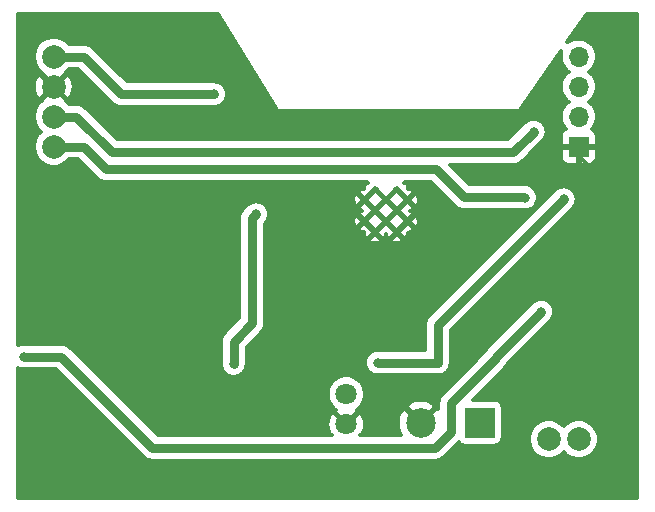
<source format=gbr>
G04 #@! TF.GenerationSoftware,KiCad,Pcbnew,(5.1.7)-1*
G04 #@! TF.CreationDate,2021-04-12T14:54:16+02:00*
G04 #@! TF.ProjectId,FitnessTracker.kicad_pcb2,4669746e-6573-4735-9472-61636b65722e,rev?*
G04 #@! TF.SameCoordinates,Original*
G04 #@! TF.FileFunction,Copper,L2,Bot*
G04 #@! TF.FilePolarity,Positive*
%FSLAX46Y46*%
G04 Gerber Fmt 4.6, Leading zero omitted, Abs format (unit mm)*
G04 Created by KiCad (PCBNEW (5.1.7)-1) date 2021-04-12 14:54:16*
%MOMM*%
%LPD*%
G01*
G04 APERTURE LIST*
G04 #@! TA.AperFunction,ComponentPad*
%ADD10C,2.000000*%
G04 #@! TD*
G04 #@! TA.AperFunction,ComponentPad*
%ADD11C,2.500000*%
G04 #@! TD*
G04 #@! TA.AperFunction,ComponentPad*
%ADD12R,2.500000X2.500000*%
G04 #@! TD*
G04 #@! TA.AperFunction,ComponentPad*
%ADD13C,1.800000*%
G04 #@! TD*
G04 #@! TA.AperFunction,ComponentPad*
%ADD14C,0.500000*%
G04 #@! TD*
G04 #@! TA.AperFunction,ComponentPad*
%ADD15R,1.700000X1.700000*%
G04 #@! TD*
G04 #@! TA.AperFunction,ComponentPad*
%ADD16O,1.700000X1.700000*%
G04 #@! TD*
G04 #@! TA.AperFunction,ViaPad*
%ADD17C,0.800000*%
G04 #@! TD*
G04 #@! TA.AperFunction,Conductor*
%ADD18C,0.800000*%
G04 #@! TD*
G04 #@! TA.AperFunction,Conductor*
%ADD19C,0.300000*%
G04 #@! TD*
G04 #@! TA.AperFunction,Conductor*
%ADD20C,0.350000*%
G04 #@! TD*
G04 #@! TA.AperFunction,Conductor*
%ADD21C,0.100000*%
G04 #@! TD*
G04 APERTURE END LIST*
D10*
X162560000Y-71120000D03*
X162560000Y-68580000D03*
X162560000Y-66040000D03*
X162560000Y-63500000D03*
D11*
X193628000Y-94488000D03*
D12*
X198628000Y-94488000D03*
D10*
X204470000Y-95885000D03*
X207010000Y-95885000D03*
D13*
X187325000Y-94615000D03*
X187325000Y-92075000D03*
D14*
X191614500Y-78370000D03*
X189779500Y-78370000D03*
X192532000Y-77452500D03*
X190697000Y-77452500D03*
X188862000Y-77452500D03*
X191614500Y-76535000D03*
X189779500Y-76535000D03*
X192532000Y-75617500D03*
X190697000Y-75617500D03*
X188862000Y-75617500D03*
X191614500Y-74700000D03*
X189779500Y-74700000D03*
D15*
X207010000Y-71120000D03*
D16*
X207010000Y-68580000D03*
X207010000Y-66040000D03*
X207010000Y-63500000D03*
D17*
X179705000Y-76835000D03*
X177800000Y-89535000D03*
X210820000Y-74676000D03*
X160020000Y-85344000D03*
X206248000Y-73660000D03*
X203835000Y-85090000D03*
X160020000Y-88900000D03*
X176149000Y-66675000D03*
X189992000Y-89408000D03*
X205740000Y-75565000D03*
X203200000Y-69850000D03*
X202438000Y-75438000D03*
D18*
X177800000Y-87630000D02*
X179347500Y-86082500D01*
X177800000Y-89535000D02*
X177800000Y-87630000D01*
X179347500Y-77192500D02*
X179705000Y-76835000D01*
X179347500Y-86082500D02*
X179347500Y-77192500D01*
D19*
X207010000Y-71882000D02*
X209804000Y-74676000D01*
X209804000Y-74676000D02*
X210820000Y-74676000D01*
D18*
X196215000Y-92846002D02*
X200025000Y-89036002D01*
X196215000Y-95250000D02*
X196215000Y-92846002D01*
X194854999Y-96610001D02*
X196215000Y-95250000D01*
X170905001Y-96610001D02*
X194854999Y-96610001D01*
X163195000Y-88900000D02*
X170905001Y-96610001D01*
X160020000Y-88900000D02*
X163195000Y-88900000D01*
X200025000Y-88900000D02*
X203835000Y-85090000D01*
X200025000Y-89036002D02*
X200025000Y-88900000D01*
X162560000Y-63500000D02*
X165100000Y-63500000D01*
X168275000Y-66675000D02*
X176149000Y-66675000D01*
X165100000Y-63500000D02*
X168275000Y-66675000D01*
X195072000Y-86233000D02*
X205740000Y-75565000D01*
X195072000Y-89408000D02*
X195072000Y-86233000D01*
X189992000Y-89408000D02*
X195072000Y-89408000D01*
X164465000Y-68580000D02*
X162560000Y-68580000D01*
X167460000Y-71575000D02*
X164465000Y-68580000D01*
X201475000Y-71575000D02*
X167460000Y-71575000D01*
X203200000Y-69850000D02*
X201475000Y-71575000D01*
X162560000Y-71120000D02*
X165100000Y-71120000D01*
X165100000Y-71120000D02*
X167005000Y-73025000D01*
X167005000Y-73025000D02*
X194945000Y-73025000D01*
X197305000Y-75385000D02*
X202385000Y-75385000D01*
X194945000Y-73025000D02*
X197305000Y-75385000D01*
D20*
X181460960Y-68036717D02*
X181481717Y-68064031D01*
X181507403Y-68086771D01*
X181537033Y-68104062D01*
X181569466Y-68115241D01*
X181610000Y-68120000D01*
X201930000Y-68120000D01*
X201964141Y-68116637D01*
X201996970Y-68106679D01*
X202027225Y-68090507D01*
X202053744Y-68068744D01*
X202073884Y-68044612D01*
X205545126Y-63030595D01*
X205535912Y-63052840D01*
X205477000Y-63349013D01*
X205477000Y-63650987D01*
X205535912Y-63947160D01*
X205651473Y-64226148D01*
X205819241Y-64477231D01*
X206032769Y-64690759D01*
X206151362Y-64770000D01*
X206032769Y-64849241D01*
X205819241Y-65062769D01*
X205651473Y-65313852D01*
X205535912Y-65592840D01*
X205477000Y-65889013D01*
X205477000Y-66190987D01*
X205535912Y-66487160D01*
X205651473Y-66766148D01*
X205819241Y-67017231D01*
X206032769Y-67230759D01*
X206151362Y-67310000D01*
X206032769Y-67389241D01*
X205819241Y-67602769D01*
X205651473Y-67853852D01*
X205535912Y-68132840D01*
X205477000Y-68429013D01*
X205477000Y-68730987D01*
X205535912Y-69027160D01*
X205651473Y-69306148D01*
X205819241Y-69557231D01*
X205897811Y-69635801D01*
X205897362Y-69635937D01*
X205778709Y-69699358D01*
X205674709Y-69784709D01*
X205589358Y-69888709D01*
X205525937Y-70007362D01*
X205486882Y-70136109D01*
X205473695Y-70270000D01*
X205477000Y-70870250D01*
X205647750Y-71041000D01*
X206931000Y-71041000D01*
X206931000Y-71021000D01*
X207089000Y-71021000D01*
X207089000Y-71041000D01*
X208372250Y-71041000D01*
X208543000Y-70870250D01*
X208546305Y-70270000D01*
X208533118Y-70136109D01*
X208494063Y-70007362D01*
X208430642Y-69888709D01*
X208345291Y-69784709D01*
X208241291Y-69699358D01*
X208122638Y-69635937D01*
X208122189Y-69635801D01*
X208200759Y-69557231D01*
X208368527Y-69306148D01*
X208484088Y-69027160D01*
X208543000Y-68730987D01*
X208543000Y-68429013D01*
X208484088Y-68132840D01*
X208368527Y-67853852D01*
X208200759Y-67602769D01*
X207987231Y-67389241D01*
X207868638Y-67310000D01*
X207987231Y-67230759D01*
X208200759Y-67017231D01*
X208368527Y-66766148D01*
X208484088Y-66487160D01*
X208543000Y-66190987D01*
X208543000Y-65889013D01*
X208484088Y-65592840D01*
X208368527Y-65313852D01*
X208200759Y-65062769D01*
X207987231Y-64849241D01*
X207868638Y-64770000D01*
X207987231Y-64690759D01*
X208200759Y-64477231D01*
X208368527Y-64226148D01*
X208484088Y-63947160D01*
X208543000Y-63650987D01*
X208543000Y-63349013D01*
X208484088Y-63052840D01*
X208368527Y-62773852D01*
X208200759Y-62522769D01*
X207987231Y-62309241D01*
X207736148Y-62141473D01*
X207457160Y-62025912D01*
X207160987Y-61967000D01*
X206859013Y-61967000D01*
X206562840Y-62025912D01*
X206283852Y-62141473D01*
X206054645Y-62294624D01*
X207736692Y-59865000D01*
X211967001Y-59865000D01*
X211967001Y-60287768D01*
X211967000Y-99657768D01*
X211967000Y-99657769D01*
X211967001Y-100842000D01*
X159508000Y-100842000D01*
X159508000Y-89860153D01*
X159556400Y-89880201D01*
X159603549Y-89905403D01*
X159654709Y-89920922D01*
X159704101Y-89941381D01*
X159756535Y-89951811D01*
X159807695Y-89967330D01*
X159860899Y-89972570D01*
X159913334Y-89983000D01*
X162746408Y-89983000D01*
X170101583Y-97338176D01*
X170135499Y-97379503D01*
X170300407Y-97514839D01*
X170488550Y-97615404D01*
X170692696Y-97677331D01*
X170851798Y-97693001D01*
X170851800Y-97693001D01*
X170905001Y-97698241D01*
X170958201Y-97693001D01*
X194801799Y-97693001D01*
X194854999Y-97698241D01*
X194908199Y-97693001D01*
X194908202Y-97693001D01*
X195067304Y-97677331D01*
X195271450Y-97615404D01*
X195459593Y-97514839D01*
X195624501Y-97379503D01*
X195658422Y-97338170D01*
X196838887Y-96157706D01*
X196892710Y-96223290D01*
X196996710Y-96308641D01*
X197115363Y-96372062D01*
X197244109Y-96411117D01*
X197378000Y-96424304D01*
X199878000Y-96424304D01*
X200011891Y-96411117D01*
X200140637Y-96372062D01*
X200259290Y-96308641D01*
X200363290Y-96223290D01*
X200448641Y-96119290D01*
X200512062Y-96000637D01*
X200551117Y-95871891D01*
X200564304Y-95738000D01*
X200564304Y-95719239D01*
X202787000Y-95719239D01*
X202787000Y-96050761D01*
X202851677Y-96375913D01*
X202978545Y-96682199D01*
X203162729Y-96957850D01*
X203397150Y-97192271D01*
X203672801Y-97376455D01*
X203979087Y-97503323D01*
X204304239Y-97568000D01*
X204635761Y-97568000D01*
X204960913Y-97503323D01*
X205267199Y-97376455D01*
X205542850Y-97192271D01*
X205740000Y-96995121D01*
X205937150Y-97192271D01*
X206212801Y-97376455D01*
X206519087Y-97503323D01*
X206844239Y-97568000D01*
X207175761Y-97568000D01*
X207500913Y-97503323D01*
X207807199Y-97376455D01*
X208082850Y-97192271D01*
X208317271Y-96957850D01*
X208501455Y-96682199D01*
X208628323Y-96375913D01*
X208693000Y-96050761D01*
X208693000Y-95719239D01*
X208628323Y-95394087D01*
X208501455Y-95087801D01*
X208317271Y-94812150D01*
X208082850Y-94577729D01*
X207807199Y-94393545D01*
X207500913Y-94266677D01*
X207175761Y-94202000D01*
X206844239Y-94202000D01*
X206519087Y-94266677D01*
X206212801Y-94393545D01*
X205937150Y-94577729D01*
X205740000Y-94774879D01*
X205542850Y-94577729D01*
X205267199Y-94393545D01*
X204960913Y-94266677D01*
X204635761Y-94202000D01*
X204304239Y-94202000D01*
X203979087Y-94266677D01*
X203672801Y-94393545D01*
X203397150Y-94577729D01*
X203162729Y-94812150D01*
X202978545Y-95087801D01*
X202851677Y-95394087D01*
X202787000Y-95719239D01*
X200564304Y-95719239D01*
X200564304Y-93238000D01*
X200551117Y-93104109D01*
X200512062Y-92975363D01*
X200448641Y-92856710D01*
X200363290Y-92752710D01*
X200259290Y-92667359D01*
X200140637Y-92603938D01*
X200011891Y-92564883D01*
X199878000Y-92551696D01*
X198040899Y-92551696D01*
X200753180Y-89839416D01*
X200794502Y-89805504D01*
X200828414Y-89764182D01*
X200828417Y-89764179D01*
X200929838Y-89640596D01*
X201025726Y-89461203D01*
X201030403Y-89452453D01*
X201041839Y-89414753D01*
X204638417Y-85818177D01*
X204638422Y-85818171D01*
X204676221Y-85780372D01*
X204705923Y-85735920D01*
X204739838Y-85694594D01*
X204765038Y-85647448D01*
X204794742Y-85602993D01*
X204815203Y-85553597D01*
X204840402Y-85506452D01*
X204855919Y-85455298D01*
X204876381Y-85405899D01*
X204886812Y-85353456D01*
X204902329Y-85302305D01*
X204907569Y-85249108D01*
X204918000Y-85196666D01*
X204918000Y-85143201D01*
X204923240Y-85090000D01*
X204918000Y-85036800D01*
X204918000Y-84983334D01*
X204907568Y-84930891D01*
X204902329Y-84877696D01*
X204886813Y-84826546D01*
X204876381Y-84774101D01*
X204855919Y-84724702D01*
X204840402Y-84673548D01*
X204815203Y-84626403D01*
X204794742Y-84577007D01*
X204765038Y-84532552D01*
X204739838Y-84485406D01*
X204705924Y-84444081D01*
X204676221Y-84399628D01*
X204638418Y-84361825D01*
X204604502Y-84320498D01*
X204563175Y-84286582D01*
X204525372Y-84248779D01*
X204480919Y-84219076D01*
X204439594Y-84185162D01*
X204392448Y-84159962D01*
X204347993Y-84130258D01*
X204298597Y-84109797D01*
X204251452Y-84084598D01*
X204200298Y-84069081D01*
X204150899Y-84048619D01*
X204098454Y-84038187D01*
X204047304Y-84022671D01*
X203994109Y-84017432D01*
X203941666Y-84007000D01*
X203888200Y-84007000D01*
X203835000Y-84001760D01*
X203781799Y-84007000D01*
X203728334Y-84007000D01*
X203675892Y-84017431D01*
X203622695Y-84022671D01*
X203571544Y-84038188D01*
X203519101Y-84048619D01*
X203469702Y-84069081D01*
X203418548Y-84084598D01*
X203371403Y-84109797D01*
X203322007Y-84130258D01*
X203277552Y-84159962D01*
X203230406Y-84185162D01*
X203189080Y-84219077D01*
X203144628Y-84248779D01*
X203106829Y-84286578D01*
X203106823Y-84286583D01*
X199296830Y-88096578D01*
X199255498Y-88130498D01*
X199120162Y-88295406D01*
X199019597Y-88483549D01*
X199008162Y-88521247D01*
X195486826Y-92042584D01*
X195445499Y-92076500D01*
X195310163Y-92241408D01*
X195209598Y-92429551D01*
X195156699Y-92603938D01*
X195147671Y-92633698D01*
X195126760Y-92846002D01*
X195132001Y-92899212D01*
X195132001Y-93367943D01*
X194935328Y-93292395D01*
X193739723Y-94488000D01*
X193753865Y-94502142D01*
X193642142Y-94613865D01*
X193628000Y-94599723D01*
X193613858Y-94613865D01*
X193502135Y-94502142D01*
X193516277Y-94488000D01*
X192320672Y-93292395D01*
X192011468Y-93411170D01*
X191832451Y-93747231D01*
X191722435Y-94111758D01*
X191685648Y-94490745D01*
X191723506Y-94869626D01*
X191834552Y-95233842D01*
X191991248Y-95527001D01*
X188506677Y-95527001D01*
X188656717Y-95484900D01*
X188800837Y-95208379D01*
X188888242Y-94909056D01*
X188915572Y-94598432D01*
X188881777Y-94288446D01*
X188788156Y-93991009D01*
X188656717Y-93745100D01*
X188383334Y-93668389D01*
X187436723Y-94615000D01*
X187450865Y-94629142D01*
X187339142Y-94740865D01*
X187325000Y-94726723D01*
X187310858Y-94740865D01*
X187199135Y-94629142D01*
X187213277Y-94615000D01*
X186266666Y-93668389D01*
X185993283Y-93745100D01*
X185849163Y-94021621D01*
X185761758Y-94320944D01*
X185734428Y-94631568D01*
X185768223Y-94941554D01*
X185861844Y-95238991D01*
X185993283Y-95484900D01*
X186143323Y-95527001D01*
X171353594Y-95527001D01*
X167745681Y-91919088D01*
X185742000Y-91919088D01*
X185742000Y-92230912D01*
X185802834Y-92536744D01*
X185922164Y-92824831D01*
X186095404Y-93084103D01*
X186315897Y-93304596D01*
X186428085Y-93379558D01*
X186378389Y-93556666D01*
X187325000Y-94503277D01*
X188271611Y-93556666D01*
X188221915Y-93379558D01*
X188334103Y-93304596D01*
X188458027Y-93180672D01*
X192432395Y-93180672D01*
X193628000Y-94376277D01*
X194823605Y-93180672D01*
X194704830Y-92871468D01*
X194368769Y-92692451D01*
X194004242Y-92582435D01*
X193625255Y-92545648D01*
X193246374Y-92583506D01*
X192882158Y-92694552D01*
X192551170Y-92871468D01*
X192432395Y-93180672D01*
X188458027Y-93180672D01*
X188554596Y-93084103D01*
X188727836Y-92824831D01*
X188847166Y-92536744D01*
X188908000Y-92230912D01*
X188908000Y-91919088D01*
X188847166Y-91613256D01*
X188727836Y-91325169D01*
X188554596Y-91065897D01*
X188334103Y-90845404D01*
X188074831Y-90672164D01*
X187786744Y-90552834D01*
X187480912Y-90492000D01*
X187169088Y-90492000D01*
X186863256Y-90552834D01*
X186575169Y-90672164D01*
X186315897Y-90845404D01*
X186095404Y-91065897D01*
X185922164Y-91325169D01*
X185802834Y-91613256D01*
X185742000Y-91919088D01*
X167745681Y-91919088D01*
X163998423Y-88171831D01*
X163964502Y-88130498D01*
X163799594Y-87995162D01*
X163611451Y-87894597D01*
X163407305Y-87832670D01*
X163248203Y-87817000D01*
X163248200Y-87817000D01*
X163195000Y-87811760D01*
X163141800Y-87817000D01*
X159913334Y-87817000D01*
X159860899Y-87827430D01*
X159807695Y-87832670D01*
X159756535Y-87848189D01*
X159704101Y-87858619D01*
X159654709Y-87879078D01*
X159603549Y-87894597D01*
X159556400Y-87919799D01*
X159508000Y-87939847D01*
X159508000Y-87630000D01*
X176711760Y-87630000D01*
X176717001Y-87683210D01*
X176717000Y-89428334D01*
X176717000Y-89641666D01*
X176727430Y-89694102D01*
X176732670Y-89747304D01*
X176748189Y-89798462D01*
X176758619Y-89850899D01*
X176779079Y-89900293D01*
X176794597Y-89951450D01*
X176819797Y-89998596D01*
X176840258Y-90047993D01*
X176869962Y-90092448D01*
X176895162Y-90139594D01*
X176929076Y-90180919D01*
X176958779Y-90225372D01*
X176996582Y-90263175D01*
X177030498Y-90304502D01*
X177071825Y-90338418D01*
X177109628Y-90376221D01*
X177154081Y-90405924D01*
X177195406Y-90439838D01*
X177242553Y-90465039D01*
X177287007Y-90494742D01*
X177336400Y-90515201D01*
X177383549Y-90540403D01*
X177434709Y-90555922D01*
X177484101Y-90576381D01*
X177536535Y-90586811D01*
X177587695Y-90602330D01*
X177640899Y-90607570D01*
X177693334Y-90618000D01*
X177746797Y-90618000D01*
X177800000Y-90623240D01*
X177853203Y-90618000D01*
X177906666Y-90618000D01*
X177959101Y-90607570D01*
X178012304Y-90602330D01*
X178063462Y-90586811D01*
X178115899Y-90576381D01*
X178165293Y-90555921D01*
X178216450Y-90540403D01*
X178263596Y-90515203D01*
X178312993Y-90494742D01*
X178357448Y-90465038D01*
X178404594Y-90439838D01*
X178445919Y-90405924D01*
X178490372Y-90376221D01*
X178528175Y-90338418D01*
X178569502Y-90304502D01*
X178603418Y-90263175D01*
X178641221Y-90225372D01*
X178670924Y-90180919D01*
X178704838Y-90139594D01*
X178730039Y-90092447D01*
X178759742Y-90047993D01*
X178780201Y-89998600D01*
X178805403Y-89951451D01*
X178820922Y-89900291D01*
X178841381Y-89850899D01*
X178851811Y-89798465D01*
X178867330Y-89747305D01*
X178872570Y-89694101D01*
X178883000Y-89641666D01*
X178883000Y-89408000D01*
X188903760Y-89408000D01*
X188909000Y-89461202D01*
X188909000Y-89514666D01*
X188919430Y-89567101D01*
X188924670Y-89620305D01*
X188940189Y-89671465D01*
X188950619Y-89723899D01*
X188971078Y-89773291D01*
X188986597Y-89824451D01*
X189011799Y-89871600D01*
X189032258Y-89920993D01*
X189061961Y-89965447D01*
X189087162Y-90012594D01*
X189121076Y-90053919D01*
X189150779Y-90098372D01*
X189188582Y-90136175D01*
X189222498Y-90177502D01*
X189263825Y-90211418D01*
X189301628Y-90249221D01*
X189346081Y-90278924D01*
X189387406Y-90312838D01*
X189434553Y-90338039D01*
X189479007Y-90367742D01*
X189528400Y-90388201D01*
X189575549Y-90413403D01*
X189626709Y-90428922D01*
X189676101Y-90449381D01*
X189728535Y-90459811D01*
X189779695Y-90475330D01*
X189832899Y-90480570D01*
X189885334Y-90491000D01*
X195018797Y-90491000D01*
X195072000Y-90496240D01*
X195125203Y-90491000D01*
X195284305Y-90475330D01*
X195488451Y-90413403D01*
X195676594Y-90312838D01*
X195841502Y-90177502D01*
X195976838Y-90012594D01*
X196077403Y-89824451D01*
X196139330Y-89620305D01*
X196160240Y-89408000D01*
X196155000Y-89354797D01*
X196155000Y-86681592D01*
X206543416Y-76293177D01*
X206581221Y-76255372D01*
X206610922Y-76210922D01*
X206644838Y-76169595D01*
X206670041Y-76122444D01*
X206699742Y-76077993D01*
X206720201Y-76028601D01*
X206745402Y-75981453D01*
X206760920Y-75930295D01*
X206781381Y-75880899D01*
X206791812Y-75828457D01*
X206807329Y-75777305D01*
X206812568Y-75724110D01*
X206823000Y-75671666D01*
X206823000Y-75618194D01*
X206828239Y-75565001D01*
X206823000Y-75511808D01*
X206823000Y-75458334D01*
X206812568Y-75405889D01*
X206807329Y-75352696D01*
X206791813Y-75301547D01*
X206781381Y-75249101D01*
X206760918Y-75199700D01*
X206745402Y-75148549D01*
X206720204Y-75101408D01*
X206699742Y-75052007D01*
X206670035Y-75007548D01*
X206644838Y-74960407D01*
X206610928Y-74919088D01*
X206581221Y-74874628D01*
X206543410Y-74836817D01*
X206509501Y-74795499D01*
X206468183Y-74761590D01*
X206430372Y-74723779D01*
X206385912Y-74694072D01*
X206344593Y-74660162D01*
X206297452Y-74634965D01*
X206252993Y-74605258D01*
X206203592Y-74584796D01*
X206156451Y-74559598D01*
X206105300Y-74544082D01*
X206055899Y-74523619D01*
X206003453Y-74513187D01*
X205952304Y-74497671D01*
X205899111Y-74492432D01*
X205846666Y-74482000D01*
X205793192Y-74482000D01*
X205739999Y-74476761D01*
X205686806Y-74482000D01*
X205633334Y-74482000D01*
X205580890Y-74492432D01*
X205527695Y-74497671D01*
X205476543Y-74513188D01*
X205424101Y-74523619D01*
X205374705Y-74544080D01*
X205323547Y-74559598D01*
X205276399Y-74584799D01*
X205227007Y-74605258D01*
X205182556Y-74634959D01*
X205135405Y-74660162D01*
X205094078Y-74694078D01*
X205049628Y-74723779D01*
X205011823Y-74761584D01*
X194343826Y-85429582D01*
X194302499Y-85463498D01*
X194268584Y-85504824D01*
X194167162Y-85628407D01*
X194066598Y-85816549D01*
X194004671Y-86020696D01*
X193983760Y-86233000D01*
X193989001Y-86286210D01*
X193989000Y-88325000D01*
X189885334Y-88325000D01*
X189832899Y-88335430D01*
X189779695Y-88340670D01*
X189728535Y-88356189D01*
X189676101Y-88366619D01*
X189626709Y-88387078D01*
X189575549Y-88402597D01*
X189528400Y-88427799D01*
X189479007Y-88448258D01*
X189434553Y-88477961D01*
X189387406Y-88503162D01*
X189346081Y-88537076D01*
X189301628Y-88566779D01*
X189263825Y-88604582D01*
X189222498Y-88638498D01*
X189188582Y-88679825D01*
X189150779Y-88717628D01*
X189121076Y-88762081D01*
X189087162Y-88803406D01*
X189061961Y-88850553D01*
X189032258Y-88895007D01*
X189011799Y-88944400D01*
X188986597Y-88991549D01*
X188971078Y-89042709D01*
X188950619Y-89092101D01*
X188940189Y-89144535D01*
X188924670Y-89195695D01*
X188919430Y-89248899D01*
X188909000Y-89301334D01*
X188909000Y-89354797D01*
X188903760Y-89408000D01*
X178883000Y-89408000D01*
X178883000Y-88078592D01*
X180075674Y-86885919D01*
X180117002Y-86852002D01*
X180221097Y-86725162D01*
X180252338Y-86687095D01*
X180352902Y-86498953D01*
X180352903Y-86498950D01*
X180414830Y-86294805D01*
X180430500Y-86135703D01*
X180430500Y-86135694D01*
X180435739Y-86082501D01*
X180430500Y-86029308D01*
X180430500Y-79170117D01*
X189290886Y-79170117D01*
X189456370Y-79250067D01*
X189634272Y-79296197D01*
X189817754Y-79306733D01*
X189999767Y-79281270D01*
X190173315Y-79220789D01*
X190268114Y-79170117D01*
X191125886Y-79170117D01*
X191291370Y-79250067D01*
X191469272Y-79296197D01*
X191652754Y-79306733D01*
X191834767Y-79281270D01*
X192008315Y-79220789D01*
X192103114Y-79170117D01*
X192101051Y-78962617D01*
X191614500Y-78476066D01*
X191127949Y-78962617D01*
X191125886Y-79170117D01*
X190268114Y-79170117D01*
X190266051Y-78962617D01*
X189779500Y-78476066D01*
X189292949Y-78962617D01*
X189290886Y-79170117D01*
X180430500Y-79170117D01*
X180430500Y-78252617D01*
X188373386Y-78252617D01*
X188538870Y-78332567D01*
X188716772Y-78378697D01*
X188844045Y-78386005D01*
X188842767Y-78408254D01*
X188868230Y-78590267D01*
X188928711Y-78763815D01*
X188979383Y-78858614D01*
X189186883Y-78856551D01*
X189673434Y-78370000D01*
X189885566Y-78370000D01*
X190372117Y-78856551D01*
X190579617Y-78858614D01*
X190659567Y-78693130D01*
X190697276Y-78547705D01*
X190703230Y-78590267D01*
X190763711Y-78763815D01*
X190814383Y-78858614D01*
X191021883Y-78856551D01*
X191508434Y-78370000D01*
X191720566Y-78370000D01*
X192207117Y-78856551D01*
X192414617Y-78858614D01*
X192494567Y-78693130D01*
X192540697Y-78515228D01*
X192548005Y-78387955D01*
X192570254Y-78389233D01*
X192752267Y-78363770D01*
X192925815Y-78303289D01*
X193020614Y-78252617D01*
X193018551Y-78045117D01*
X192532000Y-77558566D01*
X191720566Y-78370000D01*
X191508434Y-78370000D01*
X190697000Y-77558566D01*
X189885566Y-78370000D01*
X189673434Y-78370000D01*
X188862000Y-77558566D01*
X188375449Y-78045117D01*
X188373386Y-78252617D01*
X180430500Y-78252617D01*
X180430500Y-77641093D01*
X180546221Y-77525372D01*
X180569351Y-77490754D01*
X187925267Y-77490754D01*
X187950730Y-77672767D01*
X188011211Y-77846315D01*
X188061883Y-77941114D01*
X188269383Y-77939051D01*
X188755934Y-77452500D01*
X188968066Y-77452500D01*
X189779500Y-78263934D01*
X190590934Y-77452500D01*
X190803066Y-77452500D01*
X191614500Y-78263934D01*
X192425934Y-77452500D01*
X192638066Y-77452500D01*
X193124617Y-77939051D01*
X193332117Y-77941114D01*
X193412067Y-77775630D01*
X193458197Y-77597728D01*
X193468733Y-77414246D01*
X193443270Y-77232233D01*
X193382789Y-77058685D01*
X193332117Y-76963886D01*
X193124617Y-76965949D01*
X192638066Y-77452500D01*
X192425934Y-77452500D01*
X191614500Y-76641066D01*
X190803066Y-77452500D01*
X190590934Y-77452500D01*
X189779500Y-76641066D01*
X188968066Y-77452500D01*
X188755934Y-77452500D01*
X188269383Y-76965949D01*
X188061883Y-76963886D01*
X187981933Y-77129370D01*
X187935803Y-77307272D01*
X187925267Y-77490754D01*
X180569351Y-77490754D01*
X180575925Y-77480916D01*
X180609838Y-77439594D01*
X180635038Y-77392448D01*
X180664742Y-77347993D01*
X180685203Y-77298597D01*
X180710402Y-77251452D01*
X180725919Y-77200298D01*
X180746381Y-77150899D01*
X180756812Y-77098456D01*
X180772329Y-77047305D01*
X180777568Y-76994110D01*
X180788000Y-76941666D01*
X180788000Y-76888194D01*
X180793239Y-76835001D01*
X180788000Y-76781808D01*
X180788000Y-76728334D01*
X180777568Y-76675889D01*
X180772329Y-76622696D01*
X180756813Y-76571547D01*
X180746381Y-76519101D01*
X180725918Y-76469700D01*
X180710402Y-76418549D01*
X180709904Y-76417617D01*
X188373386Y-76417617D01*
X188538870Y-76497567D01*
X188684295Y-76535276D01*
X188641733Y-76541230D01*
X188468185Y-76601711D01*
X188373386Y-76652383D01*
X188375449Y-76859883D01*
X188862000Y-77346434D01*
X189673434Y-76535000D01*
X189885566Y-76535000D01*
X190697000Y-77346434D01*
X191508434Y-76535000D01*
X191720566Y-76535000D01*
X192532000Y-77346434D01*
X193018551Y-76859883D01*
X193020614Y-76652383D01*
X192855130Y-76572433D01*
X192709705Y-76534724D01*
X192752267Y-76528770D01*
X192925815Y-76468289D01*
X193020614Y-76417617D01*
X193018551Y-76210117D01*
X192532000Y-75723566D01*
X191720566Y-76535000D01*
X191508434Y-76535000D01*
X190697000Y-75723566D01*
X189885566Y-76535000D01*
X189673434Y-76535000D01*
X188862000Y-75723566D01*
X188375449Y-76210117D01*
X188373386Y-76417617D01*
X180709904Y-76417617D01*
X180685204Y-76371408D01*
X180664742Y-76322007D01*
X180635035Y-76277548D01*
X180609838Y-76230407D01*
X180575928Y-76189088D01*
X180546221Y-76144628D01*
X180508410Y-76106817D01*
X180474501Y-76065499D01*
X180433183Y-76031590D01*
X180395372Y-75993779D01*
X180350912Y-75964072D01*
X180309593Y-75930162D01*
X180262452Y-75904965D01*
X180217993Y-75875258D01*
X180168592Y-75854796D01*
X180121451Y-75829598D01*
X180070300Y-75814082D01*
X180020899Y-75793619D01*
X179968453Y-75783187D01*
X179917304Y-75767671D01*
X179864111Y-75762432D01*
X179811666Y-75752000D01*
X179758192Y-75752000D01*
X179704999Y-75746761D01*
X179651806Y-75752000D01*
X179598334Y-75752000D01*
X179545890Y-75762432D01*
X179492695Y-75767671D01*
X179441544Y-75783188D01*
X179389101Y-75793619D01*
X179339702Y-75814081D01*
X179288548Y-75829598D01*
X179241403Y-75854797D01*
X179192007Y-75875258D01*
X179147552Y-75904962D01*
X179100406Y-75930162D01*
X179059084Y-75964075D01*
X179014628Y-75993779D01*
X178863779Y-76144628D01*
X178863777Y-76144631D01*
X178619326Y-76389082D01*
X178577999Y-76422998D01*
X178486082Y-76535000D01*
X178442662Y-76587907D01*
X178367602Y-76728334D01*
X178342098Y-76776049D01*
X178284493Y-76965949D01*
X178280171Y-76980196D01*
X178259260Y-77192500D01*
X178264501Y-77245710D01*
X178264500Y-85633907D01*
X177071826Y-86826582D01*
X177030499Y-86860498D01*
X176996584Y-86901824D01*
X176895162Y-87025407D01*
X176794598Y-87213549D01*
X176732671Y-87417696D01*
X176711760Y-87630000D01*
X159508000Y-87630000D01*
X159508000Y-75655754D01*
X187925267Y-75655754D01*
X187950730Y-75837767D01*
X188011211Y-76011315D01*
X188061883Y-76106114D01*
X188269383Y-76104051D01*
X188755934Y-75617500D01*
X188968066Y-75617500D01*
X189779500Y-76428934D01*
X190590934Y-75617500D01*
X190803066Y-75617500D01*
X191614500Y-76428934D01*
X192425934Y-75617500D01*
X192638066Y-75617500D01*
X193124617Y-76104051D01*
X193332117Y-76106114D01*
X193412067Y-75940630D01*
X193458197Y-75762728D01*
X193468733Y-75579246D01*
X193443270Y-75397233D01*
X193382789Y-75223685D01*
X193332117Y-75128886D01*
X193124617Y-75130949D01*
X192638066Y-75617500D01*
X192425934Y-75617500D01*
X191614500Y-74806066D01*
X190803066Y-75617500D01*
X190590934Y-75617500D01*
X189779500Y-74806066D01*
X188968066Y-75617500D01*
X188755934Y-75617500D01*
X188269383Y-75130949D01*
X188061883Y-75128886D01*
X187981933Y-75294370D01*
X187935803Y-75472272D01*
X187925267Y-75655754D01*
X159508000Y-75655754D01*
X159508000Y-68414239D01*
X160877000Y-68414239D01*
X160877000Y-68745761D01*
X160941677Y-69070913D01*
X161068545Y-69377199D01*
X161252729Y-69652850D01*
X161449879Y-69850000D01*
X161252729Y-70047150D01*
X161068545Y-70322801D01*
X160941677Y-70629087D01*
X160877000Y-70954239D01*
X160877000Y-71285761D01*
X160941677Y-71610913D01*
X161068545Y-71917199D01*
X161252729Y-72192850D01*
X161487150Y-72427271D01*
X161762801Y-72611455D01*
X162069087Y-72738323D01*
X162394239Y-72803000D01*
X162725761Y-72803000D01*
X163050913Y-72738323D01*
X163357199Y-72611455D01*
X163632850Y-72427271D01*
X163857121Y-72203000D01*
X164651408Y-72203000D01*
X166201581Y-73753174D01*
X166235498Y-73794502D01*
X166400406Y-73929838D01*
X166588549Y-74030403D01*
X166792695Y-74092330D01*
X166951797Y-74108000D01*
X166951799Y-74108000D01*
X167005000Y-74113240D01*
X167058200Y-74108000D01*
X189075774Y-74108000D01*
X189181166Y-74213392D01*
X188979383Y-74211386D01*
X188899433Y-74376870D01*
X188853303Y-74554772D01*
X188845995Y-74682045D01*
X188823746Y-74680767D01*
X188641733Y-74706230D01*
X188468185Y-74766711D01*
X188373386Y-74817383D01*
X188375449Y-75024883D01*
X188862000Y-75511434D01*
X189673434Y-74700000D01*
X189656464Y-74683030D01*
X189762530Y-74576964D01*
X189779500Y-74593934D01*
X189796471Y-74576964D01*
X189902537Y-74683030D01*
X189885566Y-74700000D01*
X190697000Y-75511434D01*
X191508434Y-74700000D01*
X191491464Y-74683030D01*
X191597530Y-74576964D01*
X191614500Y-74593934D01*
X191631471Y-74576964D01*
X191737537Y-74683030D01*
X191720566Y-74700000D01*
X192532000Y-75511434D01*
X193018551Y-75024883D01*
X193020614Y-74817383D01*
X192855130Y-74737433D01*
X192677228Y-74691303D01*
X192549955Y-74683995D01*
X192551233Y-74661746D01*
X192525770Y-74479733D01*
X192465289Y-74306185D01*
X192414617Y-74211386D01*
X192212834Y-74213392D01*
X192318226Y-74108000D01*
X194496408Y-74108000D01*
X196501581Y-76113174D01*
X196535498Y-76154502D01*
X196700406Y-76289838D01*
X196888549Y-76390403D01*
X197092695Y-76452330D01*
X197251797Y-76468000D01*
X197251799Y-76468000D01*
X197304999Y-76473240D01*
X197358200Y-76468000D01*
X202094625Y-76468000D01*
X202122101Y-76479381D01*
X202331334Y-76521000D01*
X202544666Y-76521000D01*
X202753899Y-76479381D01*
X202950993Y-76397742D01*
X203128372Y-76279221D01*
X203279221Y-76128372D01*
X203397742Y-75950993D01*
X203479381Y-75753899D01*
X203521000Y-75544666D01*
X203521000Y-75331334D01*
X203479381Y-75122101D01*
X203397742Y-74925007D01*
X203279221Y-74747628D01*
X203188416Y-74656823D01*
X203154502Y-74615498D01*
X202989594Y-74480162D01*
X202801451Y-74379597D01*
X202597305Y-74317670D01*
X202438203Y-74302000D01*
X197753593Y-74302000D01*
X196109592Y-72658000D01*
X201421800Y-72658000D01*
X201475000Y-72663240D01*
X201528200Y-72658000D01*
X201528203Y-72658000D01*
X201687305Y-72642330D01*
X201891451Y-72580403D01*
X202079594Y-72479838D01*
X202244502Y-72344502D01*
X202278423Y-72303169D01*
X202611592Y-71970000D01*
X205473695Y-71970000D01*
X205486882Y-72103891D01*
X205525937Y-72232638D01*
X205589358Y-72351291D01*
X205674709Y-72455291D01*
X205778709Y-72540642D01*
X205897362Y-72604063D01*
X206026109Y-72643118D01*
X206160000Y-72656305D01*
X206760250Y-72653000D01*
X206931000Y-72482250D01*
X206931000Y-71199000D01*
X207089000Y-71199000D01*
X207089000Y-72482250D01*
X207259750Y-72653000D01*
X207860000Y-72656305D01*
X207993891Y-72643118D01*
X208122638Y-72604063D01*
X208241291Y-72540642D01*
X208345291Y-72455291D01*
X208430642Y-72351291D01*
X208494063Y-72232638D01*
X208533118Y-72103891D01*
X208546305Y-71970000D01*
X208543000Y-71369750D01*
X208372250Y-71199000D01*
X207089000Y-71199000D01*
X206931000Y-71199000D01*
X205647750Y-71199000D01*
X205477000Y-71369750D01*
X205473695Y-71970000D01*
X202611592Y-71970000D01*
X204003416Y-70578177D01*
X204041221Y-70540372D01*
X204070922Y-70495922D01*
X204104838Y-70454595D01*
X204130041Y-70407444D01*
X204159742Y-70362993D01*
X204180201Y-70313601D01*
X204205402Y-70266453D01*
X204220920Y-70215295D01*
X204241381Y-70165899D01*
X204251812Y-70113457D01*
X204267329Y-70062305D01*
X204272568Y-70009110D01*
X204283000Y-69956666D01*
X204283000Y-69903194D01*
X204288239Y-69850001D01*
X204283000Y-69796808D01*
X204283000Y-69743334D01*
X204272568Y-69690889D01*
X204267329Y-69637696D01*
X204251813Y-69586547D01*
X204241381Y-69534101D01*
X204220918Y-69484700D01*
X204205402Y-69433549D01*
X204180204Y-69386408D01*
X204159742Y-69337007D01*
X204130035Y-69292548D01*
X204104838Y-69245407D01*
X204070928Y-69204088D01*
X204041221Y-69159628D01*
X204003410Y-69121817D01*
X203969501Y-69080499D01*
X203928183Y-69046590D01*
X203890372Y-69008779D01*
X203845912Y-68979072D01*
X203804593Y-68945162D01*
X203757452Y-68919965D01*
X203712993Y-68890258D01*
X203663592Y-68869796D01*
X203616451Y-68844598D01*
X203565300Y-68829082D01*
X203515899Y-68808619D01*
X203463453Y-68798187D01*
X203412304Y-68782671D01*
X203359111Y-68777432D01*
X203306666Y-68767000D01*
X203253192Y-68767000D01*
X203199999Y-68761761D01*
X203146806Y-68767000D01*
X203093334Y-68767000D01*
X203040890Y-68777432D01*
X202987695Y-68782671D01*
X202936543Y-68798188D01*
X202884101Y-68808619D01*
X202834705Y-68829080D01*
X202783547Y-68844598D01*
X202736399Y-68869799D01*
X202687007Y-68890258D01*
X202642556Y-68919959D01*
X202595405Y-68945162D01*
X202554078Y-68979078D01*
X202509628Y-69008779D01*
X202471823Y-69046584D01*
X201026408Y-70492000D01*
X167908594Y-70492000D01*
X165268423Y-67851831D01*
X165234502Y-67810498D01*
X165069594Y-67675162D01*
X164881451Y-67574597D01*
X164677305Y-67512670D01*
X164518203Y-67497000D01*
X164518200Y-67497000D01*
X164465000Y-67491760D01*
X164411800Y-67497000D01*
X163857121Y-67497000D01*
X163632850Y-67272729D01*
X163560575Y-67224436D01*
X163577766Y-67169489D01*
X162560000Y-66151723D01*
X161542234Y-67169489D01*
X161559425Y-67224436D01*
X161487150Y-67272729D01*
X161252729Y-67507150D01*
X161068545Y-67782801D01*
X160941677Y-68089087D01*
X160877000Y-68414239D01*
X159508000Y-68414239D01*
X159508000Y-66052618D01*
X160868904Y-66052618D01*
X160903860Y-66382292D01*
X161002459Y-66698812D01*
X161146894Y-66969032D01*
X161430511Y-67057766D01*
X162448277Y-66040000D01*
X162671723Y-66040000D01*
X163689489Y-67057766D01*
X163973106Y-66969032D01*
X164127198Y-66675497D01*
X164221064Y-66357541D01*
X164251096Y-66027382D01*
X164216140Y-65697708D01*
X164117541Y-65381188D01*
X163973106Y-65110968D01*
X163689489Y-65022234D01*
X162671723Y-66040000D01*
X162448277Y-66040000D01*
X161430511Y-65022234D01*
X161146894Y-65110968D01*
X160992802Y-65404503D01*
X160898936Y-65722459D01*
X160868904Y-66052618D01*
X159508000Y-66052618D01*
X159508000Y-63334239D01*
X160877000Y-63334239D01*
X160877000Y-63665761D01*
X160941677Y-63990913D01*
X161068545Y-64297199D01*
X161252729Y-64572850D01*
X161487150Y-64807271D01*
X161559425Y-64855564D01*
X161542234Y-64910511D01*
X162560000Y-65928277D01*
X163577766Y-64910511D01*
X163560575Y-64855564D01*
X163632850Y-64807271D01*
X163857121Y-64583000D01*
X164651408Y-64583000D01*
X167471582Y-67403174D01*
X167505498Y-67444502D01*
X167569467Y-67497000D01*
X167670405Y-67579838D01*
X167770970Y-67633591D01*
X167858549Y-67680403D01*
X168062695Y-67742330D01*
X168221797Y-67758000D01*
X168221799Y-67758000D01*
X168274999Y-67763240D01*
X168328200Y-67758000D01*
X176255666Y-67758000D01*
X176308101Y-67747570D01*
X176361305Y-67742330D01*
X176412465Y-67726811D01*
X176464899Y-67716381D01*
X176514291Y-67695922D01*
X176565451Y-67680403D01*
X176612600Y-67655201D01*
X176661993Y-67634742D01*
X176706447Y-67605039D01*
X176753594Y-67579838D01*
X176794919Y-67545924D01*
X176839372Y-67516221D01*
X176877175Y-67478418D01*
X176918502Y-67444502D01*
X176952418Y-67403175D01*
X176990221Y-67365372D01*
X177019924Y-67320919D01*
X177053838Y-67279594D01*
X177079039Y-67232447D01*
X177108742Y-67187993D01*
X177129201Y-67138600D01*
X177154403Y-67091451D01*
X177169922Y-67040291D01*
X177190381Y-66990899D01*
X177200811Y-66938465D01*
X177216330Y-66887305D01*
X177221570Y-66834101D01*
X177232000Y-66781666D01*
X177232000Y-66728203D01*
X177237240Y-66675000D01*
X177232000Y-66621797D01*
X177232000Y-66568334D01*
X177221570Y-66515899D01*
X177216330Y-66462695D01*
X177200811Y-66411535D01*
X177190381Y-66359101D01*
X177169922Y-66309709D01*
X177154403Y-66258549D01*
X177129201Y-66211400D01*
X177108742Y-66162007D01*
X177079039Y-66117553D01*
X177053838Y-66070406D01*
X177019924Y-66029081D01*
X176990221Y-65984628D01*
X176952416Y-65946823D01*
X176918502Y-65905498D01*
X176877175Y-65871582D01*
X176839372Y-65833779D01*
X176794919Y-65804076D01*
X176753594Y-65770162D01*
X176706447Y-65744961D01*
X176661993Y-65715258D01*
X176612600Y-65694799D01*
X176565451Y-65669597D01*
X176514291Y-65654078D01*
X176464899Y-65633619D01*
X176412465Y-65623189D01*
X176361305Y-65607670D01*
X176308101Y-65602430D01*
X176255666Y-65592000D01*
X168723593Y-65592000D01*
X165903423Y-62771831D01*
X165869502Y-62730498D01*
X165704594Y-62595162D01*
X165516451Y-62494597D01*
X165312305Y-62432670D01*
X165153203Y-62417000D01*
X165153200Y-62417000D01*
X165100000Y-62411760D01*
X165046800Y-62417000D01*
X163857121Y-62417000D01*
X163632850Y-62192729D01*
X163357199Y-62008545D01*
X163050913Y-61881677D01*
X162725761Y-61817000D01*
X162394239Y-61817000D01*
X162069087Y-61881677D01*
X161762801Y-62008545D01*
X161487150Y-62192729D01*
X161252729Y-62427150D01*
X161068545Y-62702801D01*
X160941677Y-63009087D01*
X160877000Y-63334239D01*
X159508000Y-63334239D01*
X159508000Y-59865000D01*
X176432211Y-59865000D01*
X181460960Y-68036717D01*
G04 #@! TA.AperFunction,Conductor*
D21*
G36*
X181460960Y-68036717D02*
G01*
X181481717Y-68064031D01*
X181507403Y-68086771D01*
X181537033Y-68104062D01*
X181569466Y-68115241D01*
X181610000Y-68120000D01*
X201930000Y-68120000D01*
X201964141Y-68116637D01*
X201996970Y-68106679D01*
X202027225Y-68090507D01*
X202053744Y-68068744D01*
X202073884Y-68044612D01*
X205545126Y-63030595D01*
X205535912Y-63052840D01*
X205477000Y-63349013D01*
X205477000Y-63650987D01*
X205535912Y-63947160D01*
X205651473Y-64226148D01*
X205819241Y-64477231D01*
X206032769Y-64690759D01*
X206151362Y-64770000D01*
X206032769Y-64849241D01*
X205819241Y-65062769D01*
X205651473Y-65313852D01*
X205535912Y-65592840D01*
X205477000Y-65889013D01*
X205477000Y-66190987D01*
X205535912Y-66487160D01*
X205651473Y-66766148D01*
X205819241Y-67017231D01*
X206032769Y-67230759D01*
X206151362Y-67310000D01*
X206032769Y-67389241D01*
X205819241Y-67602769D01*
X205651473Y-67853852D01*
X205535912Y-68132840D01*
X205477000Y-68429013D01*
X205477000Y-68730987D01*
X205535912Y-69027160D01*
X205651473Y-69306148D01*
X205819241Y-69557231D01*
X205897811Y-69635801D01*
X205897362Y-69635937D01*
X205778709Y-69699358D01*
X205674709Y-69784709D01*
X205589358Y-69888709D01*
X205525937Y-70007362D01*
X205486882Y-70136109D01*
X205473695Y-70270000D01*
X205477000Y-70870250D01*
X205647750Y-71041000D01*
X206931000Y-71041000D01*
X206931000Y-71021000D01*
X207089000Y-71021000D01*
X207089000Y-71041000D01*
X208372250Y-71041000D01*
X208543000Y-70870250D01*
X208546305Y-70270000D01*
X208533118Y-70136109D01*
X208494063Y-70007362D01*
X208430642Y-69888709D01*
X208345291Y-69784709D01*
X208241291Y-69699358D01*
X208122638Y-69635937D01*
X208122189Y-69635801D01*
X208200759Y-69557231D01*
X208368527Y-69306148D01*
X208484088Y-69027160D01*
X208543000Y-68730987D01*
X208543000Y-68429013D01*
X208484088Y-68132840D01*
X208368527Y-67853852D01*
X208200759Y-67602769D01*
X207987231Y-67389241D01*
X207868638Y-67310000D01*
X207987231Y-67230759D01*
X208200759Y-67017231D01*
X208368527Y-66766148D01*
X208484088Y-66487160D01*
X208543000Y-66190987D01*
X208543000Y-65889013D01*
X208484088Y-65592840D01*
X208368527Y-65313852D01*
X208200759Y-65062769D01*
X207987231Y-64849241D01*
X207868638Y-64770000D01*
X207987231Y-64690759D01*
X208200759Y-64477231D01*
X208368527Y-64226148D01*
X208484088Y-63947160D01*
X208543000Y-63650987D01*
X208543000Y-63349013D01*
X208484088Y-63052840D01*
X208368527Y-62773852D01*
X208200759Y-62522769D01*
X207987231Y-62309241D01*
X207736148Y-62141473D01*
X207457160Y-62025912D01*
X207160987Y-61967000D01*
X206859013Y-61967000D01*
X206562840Y-62025912D01*
X206283852Y-62141473D01*
X206054645Y-62294624D01*
X207736692Y-59865000D01*
X211967001Y-59865000D01*
X211967001Y-60287768D01*
X211967000Y-99657768D01*
X211967000Y-99657769D01*
X211967001Y-100842000D01*
X159508000Y-100842000D01*
X159508000Y-89860153D01*
X159556400Y-89880201D01*
X159603549Y-89905403D01*
X159654709Y-89920922D01*
X159704101Y-89941381D01*
X159756535Y-89951811D01*
X159807695Y-89967330D01*
X159860899Y-89972570D01*
X159913334Y-89983000D01*
X162746408Y-89983000D01*
X170101583Y-97338176D01*
X170135499Y-97379503D01*
X170300407Y-97514839D01*
X170488550Y-97615404D01*
X170692696Y-97677331D01*
X170851798Y-97693001D01*
X170851800Y-97693001D01*
X170905001Y-97698241D01*
X170958201Y-97693001D01*
X194801799Y-97693001D01*
X194854999Y-97698241D01*
X194908199Y-97693001D01*
X194908202Y-97693001D01*
X195067304Y-97677331D01*
X195271450Y-97615404D01*
X195459593Y-97514839D01*
X195624501Y-97379503D01*
X195658422Y-97338170D01*
X196838887Y-96157706D01*
X196892710Y-96223290D01*
X196996710Y-96308641D01*
X197115363Y-96372062D01*
X197244109Y-96411117D01*
X197378000Y-96424304D01*
X199878000Y-96424304D01*
X200011891Y-96411117D01*
X200140637Y-96372062D01*
X200259290Y-96308641D01*
X200363290Y-96223290D01*
X200448641Y-96119290D01*
X200512062Y-96000637D01*
X200551117Y-95871891D01*
X200564304Y-95738000D01*
X200564304Y-95719239D01*
X202787000Y-95719239D01*
X202787000Y-96050761D01*
X202851677Y-96375913D01*
X202978545Y-96682199D01*
X203162729Y-96957850D01*
X203397150Y-97192271D01*
X203672801Y-97376455D01*
X203979087Y-97503323D01*
X204304239Y-97568000D01*
X204635761Y-97568000D01*
X204960913Y-97503323D01*
X205267199Y-97376455D01*
X205542850Y-97192271D01*
X205740000Y-96995121D01*
X205937150Y-97192271D01*
X206212801Y-97376455D01*
X206519087Y-97503323D01*
X206844239Y-97568000D01*
X207175761Y-97568000D01*
X207500913Y-97503323D01*
X207807199Y-97376455D01*
X208082850Y-97192271D01*
X208317271Y-96957850D01*
X208501455Y-96682199D01*
X208628323Y-96375913D01*
X208693000Y-96050761D01*
X208693000Y-95719239D01*
X208628323Y-95394087D01*
X208501455Y-95087801D01*
X208317271Y-94812150D01*
X208082850Y-94577729D01*
X207807199Y-94393545D01*
X207500913Y-94266677D01*
X207175761Y-94202000D01*
X206844239Y-94202000D01*
X206519087Y-94266677D01*
X206212801Y-94393545D01*
X205937150Y-94577729D01*
X205740000Y-94774879D01*
X205542850Y-94577729D01*
X205267199Y-94393545D01*
X204960913Y-94266677D01*
X204635761Y-94202000D01*
X204304239Y-94202000D01*
X203979087Y-94266677D01*
X203672801Y-94393545D01*
X203397150Y-94577729D01*
X203162729Y-94812150D01*
X202978545Y-95087801D01*
X202851677Y-95394087D01*
X202787000Y-95719239D01*
X200564304Y-95719239D01*
X200564304Y-93238000D01*
X200551117Y-93104109D01*
X200512062Y-92975363D01*
X200448641Y-92856710D01*
X200363290Y-92752710D01*
X200259290Y-92667359D01*
X200140637Y-92603938D01*
X200011891Y-92564883D01*
X199878000Y-92551696D01*
X198040899Y-92551696D01*
X200753180Y-89839416D01*
X200794502Y-89805504D01*
X200828414Y-89764182D01*
X200828417Y-89764179D01*
X200929838Y-89640596D01*
X201025726Y-89461203D01*
X201030403Y-89452453D01*
X201041839Y-89414753D01*
X204638417Y-85818177D01*
X204638422Y-85818171D01*
X204676221Y-85780372D01*
X204705923Y-85735920D01*
X204739838Y-85694594D01*
X204765038Y-85647448D01*
X204794742Y-85602993D01*
X204815203Y-85553597D01*
X204840402Y-85506452D01*
X204855919Y-85455298D01*
X204876381Y-85405899D01*
X204886812Y-85353456D01*
X204902329Y-85302305D01*
X204907569Y-85249108D01*
X204918000Y-85196666D01*
X204918000Y-85143201D01*
X204923240Y-85090000D01*
X204918000Y-85036800D01*
X204918000Y-84983334D01*
X204907568Y-84930891D01*
X204902329Y-84877696D01*
X204886813Y-84826546D01*
X204876381Y-84774101D01*
X204855919Y-84724702D01*
X204840402Y-84673548D01*
X204815203Y-84626403D01*
X204794742Y-84577007D01*
X204765038Y-84532552D01*
X204739838Y-84485406D01*
X204705924Y-84444081D01*
X204676221Y-84399628D01*
X204638418Y-84361825D01*
X204604502Y-84320498D01*
X204563175Y-84286582D01*
X204525372Y-84248779D01*
X204480919Y-84219076D01*
X204439594Y-84185162D01*
X204392448Y-84159962D01*
X204347993Y-84130258D01*
X204298597Y-84109797D01*
X204251452Y-84084598D01*
X204200298Y-84069081D01*
X204150899Y-84048619D01*
X204098454Y-84038187D01*
X204047304Y-84022671D01*
X203994109Y-84017432D01*
X203941666Y-84007000D01*
X203888200Y-84007000D01*
X203835000Y-84001760D01*
X203781799Y-84007000D01*
X203728334Y-84007000D01*
X203675892Y-84017431D01*
X203622695Y-84022671D01*
X203571544Y-84038188D01*
X203519101Y-84048619D01*
X203469702Y-84069081D01*
X203418548Y-84084598D01*
X203371403Y-84109797D01*
X203322007Y-84130258D01*
X203277552Y-84159962D01*
X203230406Y-84185162D01*
X203189080Y-84219077D01*
X203144628Y-84248779D01*
X203106829Y-84286578D01*
X203106823Y-84286583D01*
X199296830Y-88096578D01*
X199255498Y-88130498D01*
X199120162Y-88295406D01*
X199019597Y-88483549D01*
X199008162Y-88521247D01*
X195486826Y-92042584D01*
X195445499Y-92076500D01*
X195310163Y-92241408D01*
X195209598Y-92429551D01*
X195156699Y-92603938D01*
X195147671Y-92633698D01*
X195126760Y-92846002D01*
X195132001Y-92899212D01*
X195132001Y-93367943D01*
X194935328Y-93292395D01*
X193739723Y-94488000D01*
X193753865Y-94502142D01*
X193642142Y-94613865D01*
X193628000Y-94599723D01*
X193613858Y-94613865D01*
X193502135Y-94502142D01*
X193516277Y-94488000D01*
X192320672Y-93292395D01*
X192011468Y-93411170D01*
X191832451Y-93747231D01*
X191722435Y-94111758D01*
X191685648Y-94490745D01*
X191723506Y-94869626D01*
X191834552Y-95233842D01*
X191991248Y-95527001D01*
X188506677Y-95527001D01*
X188656717Y-95484900D01*
X188800837Y-95208379D01*
X188888242Y-94909056D01*
X188915572Y-94598432D01*
X188881777Y-94288446D01*
X188788156Y-93991009D01*
X188656717Y-93745100D01*
X188383334Y-93668389D01*
X187436723Y-94615000D01*
X187450865Y-94629142D01*
X187339142Y-94740865D01*
X187325000Y-94726723D01*
X187310858Y-94740865D01*
X187199135Y-94629142D01*
X187213277Y-94615000D01*
X186266666Y-93668389D01*
X185993283Y-93745100D01*
X185849163Y-94021621D01*
X185761758Y-94320944D01*
X185734428Y-94631568D01*
X185768223Y-94941554D01*
X185861844Y-95238991D01*
X185993283Y-95484900D01*
X186143323Y-95527001D01*
X171353594Y-95527001D01*
X167745681Y-91919088D01*
X185742000Y-91919088D01*
X185742000Y-92230912D01*
X185802834Y-92536744D01*
X185922164Y-92824831D01*
X186095404Y-93084103D01*
X186315897Y-93304596D01*
X186428085Y-93379558D01*
X186378389Y-93556666D01*
X187325000Y-94503277D01*
X188271611Y-93556666D01*
X188221915Y-93379558D01*
X188334103Y-93304596D01*
X188458027Y-93180672D01*
X192432395Y-93180672D01*
X193628000Y-94376277D01*
X194823605Y-93180672D01*
X194704830Y-92871468D01*
X194368769Y-92692451D01*
X194004242Y-92582435D01*
X193625255Y-92545648D01*
X193246374Y-92583506D01*
X192882158Y-92694552D01*
X192551170Y-92871468D01*
X192432395Y-93180672D01*
X188458027Y-93180672D01*
X188554596Y-93084103D01*
X188727836Y-92824831D01*
X188847166Y-92536744D01*
X188908000Y-92230912D01*
X188908000Y-91919088D01*
X188847166Y-91613256D01*
X188727836Y-91325169D01*
X188554596Y-91065897D01*
X188334103Y-90845404D01*
X188074831Y-90672164D01*
X187786744Y-90552834D01*
X187480912Y-90492000D01*
X187169088Y-90492000D01*
X186863256Y-90552834D01*
X186575169Y-90672164D01*
X186315897Y-90845404D01*
X186095404Y-91065897D01*
X185922164Y-91325169D01*
X185802834Y-91613256D01*
X185742000Y-91919088D01*
X167745681Y-91919088D01*
X163998423Y-88171831D01*
X163964502Y-88130498D01*
X163799594Y-87995162D01*
X163611451Y-87894597D01*
X163407305Y-87832670D01*
X163248203Y-87817000D01*
X163248200Y-87817000D01*
X163195000Y-87811760D01*
X163141800Y-87817000D01*
X159913334Y-87817000D01*
X159860899Y-87827430D01*
X159807695Y-87832670D01*
X159756535Y-87848189D01*
X159704101Y-87858619D01*
X159654709Y-87879078D01*
X159603549Y-87894597D01*
X159556400Y-87919799D01*
X159508000Y-87939847D01*
X159508000Y-87630000D01*
X176711760Y-87630000D01*
X176717001Y-87683210D01*
X176717000Y-89428334D01*
X176717000Y-89641666D01*
X176727430Y-89694102D01*
X176732670Y-89747304D01*
X176748189Y-89798462D01*
X176758619Y-89850899D01*
X176779079Y-89900293D01*
X176794597Y-89951450D01*
X176819797Y-89998596D01*
X176840258Y-90047993D01*
X176869962Y-90092448D01*
X176895162Y-90139594D01*
X176929076Y-90180919D01*
X176958779Y-90225372D01*
X176996582Y-90263175D01*
X177030498Y-90304502D01*
X177071825Y-90338418D01*
X177109628Y-90376221D01*
X177154081Y-90405924D01*
X177195406Y-90439838D01*
X177242553Y-90465039D01*
X177287007Y-90494742D01*
X177336400Y-90515201D01*
X177383549Y-90540403D01*
X177434709Y-90555922D01*
X177484101Y-90576381D01*
X177536535Y-90586811D01*
X177587695Y-90602330D01*
X177640899Y-90607570D01*
X177693334Y-90618000D01*
X177746797Y-90618000D01*
X177800000Y-90623240D01*
X177853203Y-90618000D01*
X177906666Y-90618000D01*
X177959101Y-90607570D01*
X178012304Y-90602330D01*
X178063462Y-90586811D01*
X178115899Y-90576381D01*
X178165293Y-90555921D01*
X178216450Y-90540403D01*
X178263596Y-90515203D01*
X178312993Y-90494742D01*
X178357448Y-90465038D01*
X178404594Y-90439838D01*
X178445919Y-90405924D01*
X178490372Y-90376221D01*
X178528175Y-90338418D01*
X178569502Y-90304502D01*
X178603418Y-90263175D01*
X178641221Y-90225372D01*
X178670924Y-90180919D01*
X178704838Y-90139594D01*
X178730039Y-90092447D01*
X178759742Y-90047993D01*
X178780201Y-89998600D01*
X178805403Y-89951451D01*
X178820922Y-89900291D01*
X178841381Y-89850899D01*
X178851811Y-89798465D01*
X178867330Y-89747305D01*
X178872570Y-89694101D01*
X178883000Y-89641666D01*
X178883000Y-89408000D01*
X188903760Y-89408000D01*
X188909000Y-89461202D01*
X188909000Y-89514666D01*
X188919430Y-89567101D01*
X188924670Y-89620305D01*
X188940189Y-89671465D01*
X188950619Y-89723899D01*
X188971078Y-89773291D01*
X188986597Y-89824451D01*
X189011799Y-89871600D01*
X189032258Y-89920993D01*
X189061961Y-89965447D01*
X189087162Y-90012594D01*
X189121076Y-90053919D01*
X189150779Y-90098372D01*
X189188582Y-90136175D01*
X189222498Y-90177502D01*
X189263825Y-90211418D01*
X189301628Y-90249221D01*
X189346081Y-90278924D01*
X189387406Y-90312838D01*
X189434553Y-90338039D01*
X189479007Y-90367742D01*
X189528400Y-90388201D01*
X189575549Y-90413403D01*
X189626709Y-90428922D01*
X189676101Y-90449381D01*
X189728535Y-90459811D01*
X189779695Y-90475330D01*
X189832899Y-90480570D01*
X189885334Y-90491000D01*
X195018797Y-90491000D01*
X195072000Y-90496240D01*
X195125203Y-90491000D01*
X195284305Y-90475330D01*
X195488451Y-90413403D01*
X195676594Y-90312838D01*
X195841502Y-90177502D01*
X195976838Y-90012594D01*
X196077403Y-89824451D01*
X196139330Y-89620305D01*
X196160240Y-89408000D01*
X196155000Y-89354797D01*
X196155000Y-86681592D01*
X206543416Y-76293177D01*
X206581221Y-76255372D01*
X206610922Y-76210922D01*
X206644838Y-76169595D01*
X206670041Y-76122444D01*
X206699742Y-76077993D01*
X206720201Y-76028601D01*
X206745402Y-75981453D01*
X206760920Y-75930295D01*
X206781381Y-75880899D01*
X206791812Y-75828457D01*
X206807329Y-75777305D01*
X206812568Y-75724110D01*
X206823000Y-75671666D01*
X206823000Y-75618194D01*
X206828239Y-75565001D01*
X206823000Y-75511808D01*
X206823000Y-75458334D01*
X206812568Y-75405889D01*
X206807329Y-75352696D01*
X206791813Y-75301547D01*
X206781381Y-75249101D01*
X206760918Y-75199700D01*
X206745402Y-75148549D01*
X206720204Y-75101408D01*
X206699742Y-75052007D01*
X206670035Y-75007548D01*
X206644838Y-74960407D01*
X206610928Y-74919088D01*
X206581221Y-74874628D01*
X206543410Y-74836817D01*
X206509501Y-74795499D01*
X206468183Y-74761590D01*
X206430372Y-74723779D01*
X206385912Y-74694072D01*
X206344593Y-74660162D01*
X206297452Y-74634965D01*
X206252993Y-74605258D01*
X206203592Y-74584796D01*
X206156451Y-74559598D01*
X206105300Y-74544082D01*
X206055899Y-74523619D01*
X206003453Y-74513187D01*
X205952304Y-74497671D01*
X205899111Y-74492432D01*
X205846666Y-74482000D01*
X205793192Y-74482000D01*
X205739999Y-74476761D01*
X205686806Y-74482000D01*
X205633334Y-74482000D01*
X205580890Y-74492432D01*
X205527695Y-74497671D01*
X205476543Y-74513188D01*
X205424101Y-74523619D01*
X205374705Y-74544080D01*
X205323547Y-74559598D01*
X205276399Y-74584799D01*
X205227007Y-74605258D01*
X205182556Y-74634959D01*
X205135405Y-74660162D01*
X205094078Y-74694078D01*
X205049628Y-74723779D01*
X205011823Y-74761584D01*
X194343826Y-85429582D01*
X194302499Y-85463498D01*
X194268584Y-85504824D01*
X194167162Y-85628407D01*
X194066598Y-85816549D01*
X194004671Y-86020696D01*
X193983760Y-86233000D01*
X193989001Y-86286210D01*
X193989000Y-88325000D01*
X189885334Y-88325000D01*
X189832899Y-88335430D01*
X189779695Y-88340670D01*
X189728535Y-88356189D01*
X189676101Y-88366619D01*
X189626709Y-88387078D01*
X189575549Y-88402597D01*
X189528400Y-88427799D01*
X189479007Y-88448258D01*
X189434553Y-88477961D01*
X189387406Y-88503162D01*
X189346081Y-88537076D01*
X189301628Y-88566779D01*
X189263825Y-88604582D01*
X189222498Y-88638498D01*
X189188582Y-88679825D01*
X189150779Y-88717628D01*
X189121076Y-88762081D01*
X189087162Y-88803406D01*
X189061961Y-88850553D01*
X189032258Y-88895007D01*
X189011799Y-88944400D01*
X188986597Y-88991549D01*
X188971078Y-89042709D01*
X188950619Y-89092101D01*
X188940189Y-89144535D01*
X188924670Y-89195695D01*
X188919430Y-89248899D01*
X188909000Y-89301334D01*
X188909000Y-89354797D01*
X188903760Y-89408000D01*
X178883000Y-89408000D01*
X178883000Y-88078592D01*
X180075674Y-86885919D01*
X180117002Y-86852002D01*
X180221097Y-86725162D01*
X180252338Y-86687095D01*
X180352902Y-86498953D01*
X180352903Y-86498950D01*
X180414830Y-86294805D01*
X180430500Y-86135703D01*
X180430500Y-86135694D01*
X180435739Y-86082501D01*
X180430500Y-86029308D01*
X180430500Y-79170117D01*
X189290886Y-79170117D01*
X189456370Y-79250067D01*
X189634272Y-79296197D01*
X189817754Y-79306733D01*
X189999767Y-79281270D01*
X190173315Y-79220789D01*
X190268114Y-79170117D01*
X191125886Y-79170117D01*
X191291370Y-79250067D01*
X191469272Y-79296197D01*
X191652754Y-79306733D01*
X191834767Y-79281270D01*
X192008315Y-79220789D01*
X192103114Y-79170117D01*
X192101051Y-78962617D01*
X191614500Y-78476066D01*
X191127949Y-78962617D01*
X191125886Y-79170117D01*
X190268114Y-79170117D01*
X190266051Y-78962617D01*
X189779500Y-78476066D01*
X189292949Y-78962617D01*
X189290886Y-79170117D01*
X180430500Y-79170117D01*
X180430500Y-78252617D01*
X188373386Y-78252617D01*
X188538870Y-78332567D01*
X188716772Y-78378697D01*
X188844045Y-78386005D01*
X188842767Y-78408254D01*
X188868230Y-78590267D01*
X188928711Y-78763815D01*
X188979383Y-78858614D01*
X189186883Y-78856551D01*
X189673434Y-78370000D01*
X189885566Y-78370000D01*
X190372117Y-78856551D01*
X190579617Y-78858614D01*
X190659567Y-78693130D01*
X190697276Y-78547705D01*
X190703230Y-78590267D01*
X190763711Y-78763815D01*
X190814383Y-78858614D01*
X191021883Y-78856551D01*
X191508434Y-78370000D01*
X191720566Y-78370000D01*
X192207117Y-78856551D01*
X192414617Y-78858614D01*
X192494567Y-78693130D01*
X192540697Y-78515228D01*
X192548005Y-78387955D01*
X192570254Y-78389233D01*
X192752267Y-78363770D01*
X192925815Y-78303289D01*
X193020614Y-78252617D01*
X193018551Y-78045117D01*
X192532000Y-77558566D01*
X191720566Y-78370000D01*
X191508434Y-78370000D01*
X190697000Y-77558566D01*
X189885566Y-78370000D01*
X189673434Y-78370000D01*
X188862000Y-77558566D01*
X188375449Y-78045117D01*
X188373386Y-78252617D01*
X180430500Y-78252617D01*
X180430500Y-77641093D01*
X180546221Y-77525372D01*
X180569351Y-77490754D01*
X187925267Y-77490754D01*
X187950730Y-77672767D01*
X188011211Y-77846315D01*
X188061883Y-77941114D01*
X188269383Y-77939051D01*
X188755934Y-77452500D01*
X188968066Y-77452500D01*
X189779500Y-78263934D01*
X190590934Y-77452500D01*
X190803066Y-77452500D01*
X191614500Y-78263934D01*
X192425934Y-77452500D01*
X192638066Y-77452500D01*
X193124617Y-77939051D01*
X193332117Y-77941114D01*
X193412067Y-77775630D01*
X193458197Y-77597728D01*
X193468733Y-77414246D01*
X193443270Y-77232233D01*
X193382789Y-77058685D01*
X193332117Y-76963886D01*
X193124617Y-76965949D01*
X192638066Y-77452500D01*
X192425934Y-77452500D01*
X191614500Y-76641066D01*
X190803066Y-77452500D01*
X190590934Y-77452500D01*
X189779500Y-76641066D01*
X188968066Y-77452500D01*
X188755934Y-77452500D01*
X188269383Y-76965949D01*
X188061883Y-76963886D01*
X187981933Y-77129370D01*
X187935803Y-77307272D01*
X187925267Y-77490754D01*
X180569351Y-77490754D01*
X180575925Y-77480916D01*
X180609838Y-77439594D01*
X180635038Y-77392448D01*
X180664742Y-77347993D01*
X180685203Y-77298597D01*
X180710402Y-77251452D01*
X180725919Y-77200298D01*
X180746381Y-77150899D01*
X180756812Y-77098456D01*
X180772329Y-77047305D01*
X180777568Y-76994110D01*
X180788000Y-76941666D01*
X180788000Y-76888194D01*
X180793239Y-76835001D01*
X180788000Y-76781808D01*
X180788000Y-76728334D01*
X180777568Y-76675889D01*
X180772329Y-76622696D01*
X180756813Y-76571547D01*
X180746381Y-76519101D01*
X180725918Y-76469700D01*
X180710402Y-76418549D01*
X180709904Y-76417617D01*
X188373386Y-76417617D01*
X188538870Y-76497567D01*
X188684295Y-76535276D01*
X188641733Y-76541230D01*
X188468185Y-76601711D01*
X188373386Y-76652383D01*
X188375449Y-76859883D01*
X188862000Y-77346434D01*
X189673434Y-76535000D01*
X189885566Y-76535000D01*
X190697000Y-77346434D01*
X191508434Y-76535000D01*
X191720566Y-76535000D01*
X192532000Y-77346434D01*
X193018551Y-76859883D01*
X193020614Y-76652383D01*
X192855130Y-76572433D01*
X192709705Y-76534724D01*
X192752267Y-76528770D01*
X192925815Y-76468289D01*
X193020614Y-76417617D01*
X193018551Y-76210117D01*
X192532000Y-75723566D01*
X191720566Y-76535000D01*
X191508434Y-76535000D01*
X190697000Y-75723566D01*
X189885566Y-76535000D01*
X189673434Y-76535000D01*
X188862000Y-75723566D01*
X188375449Y-76210117D01*
X188373386Y-76417617D01*
X180709904Y-76417617D01*
X180685204Y-76371408D01*
X180664742Y-76322007D01*
X180635035Y-76277548D01*
X180609838Y-76230407D01*
X180575928Y-76189088D01*
X180546221Y-76144628D01*
X180508410Y-76106817D01*
X180474501Y-76065499D01*
X180433183Y-76031590D01*
X180395372Y-75993779D01*
X180350912Y-75964072D01*
X180309593Y-75930162D01*
X180262452Y-75904965D01*
X180217993Y-75875258D01*
X180168592Y-75854796D01*
X180121451Y-75829598D01*
X180070300Y-75814082D01*
X180020899Y-75793619D01*
X179968453Y-75783187D01*
X179917304Y-75767671D01*
X179864111Y-75762432D01*
X179811666Y-75752000D01*
X179758192Y-75752000D01*
X179704999Y-75746761D01*
X179651806Y-75752000D01*
X179598334Y-75752000D01*
X179545890Y-75762432D01*
X179492695Y-75767671D01*
X179441544Y-75783188D01*
X179389101Y-75793619D01*
X179339702Y-75814081D01*
X179288548Y-75829598D01*
X179241403Y-75854797D01*
X179192007Y-75875258D01*
X179147552Y-75904962D01*
X179100406Y-75930162D01*
X179059084Y-75964075D01*
X179014628Y-75993779D01*
X178863779Y-76144628D01*
X178863777Y-76144631D01*
X178619326Y-76389082D01*
X178577999Y-76422998D01*
X178486082Y-76535000D01*
X178442662Y-76587907D01*
X178367602Y-76728334D01*
X178342098Y-76776049D01*
X178284493Y-76965949D01*
X178280171Y-76980196D01*
X178259260Y-77192500D01*
X178264501Y-77245710D01*
X178264500Y-85633907D01*
X177071826Y-86826582D01*
X177030499Y-86860498D01*
X176996584Y-86901824D01*
X176895162Y-87025407D01*
X176794598Y-87213549D01*
X176732671Y-87417696D01*
X176711760Y-87630000D01*
X159508000Y-87630000D01*
X159508000Y-75655754D01*
X187925267Y-75655754D01*
X187950730Y-75837767D01*
X188011211Y-76011315D01*
X188061883Y-76106114D01*
X188269383Y-76104051D01*
X188755934Y-75617500D01*
X188968066Y-75617500D01*
X189779500Y-76428934D01*
X190590934Y-75617500D01*
X190803066Y-75617500D01*
X191614500Y-76428934D01*
X192425934Y-75617500D01*
X192638066Y-75617500D01*
X193124617Y-76104051D01*
X193332117Y-76106114D01*
X193412067Y-75940630D01*
X193458197Y-75762728D01*
X193468733Y-75579246D01*
X193443270Y-75397233D01*
X193382789Y-75223685D01*
X193332117Y-75128886D01*
X193124617Y-75130949D01*
X192638066Y-75617500D01*
X192425934Y-75617500D01*
X191614500Y-74806066D01*
X190803066Y-75617500D01*
X190590934Y-75617500D01*
X189779500Y-74806066D01*
X188968066Y-75617500D01*
X188755934Y-75617500D01*
X188269383Y-75130949D01*
X188061883Y-75128886D01*
X187981933Y-75294370D01*
X187935803Y-75472272D01*
X187925267Y-75655754D01*
X159508000Y-75655754D01*
X159508000Y-68414239D01*
X160877000Y-68414239D01*
X160877000Y-68745761D01*
X160941677Y-69070913D01*
X161068545Y-69377199D01*
X161252729Y-69652850D01*
X161449879Y-69850000D01*
X161252729Y-70047150D01*
X161068545Y-70322801D01*
X160941677Y-70629087D01*
X160877000Y-70954239D01*
X160877000Y-71285761D01*
X160941677Y-71610913D01*
X161068545Y-71917199D01*
X161252729Y-72192850D01*
X161487150Y-72427271D01*
X161762801Y-72611455D01*
X162069087Y-72738323D01*
X162394239Y-72803000D01*
X162725761Y-72803000D01*
X163050913Y-72738323D01*
X163357199Y-72611455D01*
X163632850Y-72427271D01*
X163857121Y-72203000D01*
X164651408Y-72203000D01*
X166201581Y-73753174D01*
X166235498Y-73794502D01*
X166400406Y-73929838D01*
X166588549Y-74030403D01*
X166792695Y-74092330D01*
X166951797Y-74108000D01*
X166951799Y-74108000D01*
X167005000Y-74113240D01*
X167058200Y-74108000D01*
X189075774Y-74108000D01*
X189181166Y-74213392D01*
X188979383Y-74211386D01*
X188899433Y-74376870D01*
X188853303Y-74554772D01*
X188845995Y-74682045D01*
X188823746Y-74680767D01*
X188641733Y-74706230D01*
X188468185Y-74766711D01*
X188373386Y-74817383D01*
X188375449Y-75024883D01*
X188862000Y-75511434D01*
X189673434Y-74700000D01*
X189656464Y-74683030D01*
X189762530Y-74576964D01*
X189779500Y-74593934D01*
X189796471Y-74576964D01*
X189902537Y-74683030D01*
X189885566Y-74700000D01*
X190697000Y-75511434D01*
X191508434Y-74700000D01*
X191491464Y-74683030D01*
X191597530Y-74576964D01*
X191614500Y-74593934D01*
X191631471Y-74576964D01*
X191737537Y-74683030D01*
X191720566Y-74700000D01*
X192532000Y-75511434D01*
X193018551Y-75024883D01*
X193020614Y-74817383D01*
X192855130Y-74737433D01*
X192677228Y-74691303D01*
X192549955Y-74683995D01*
X192551233Y-74661746D01*
X192525770Y-74479733D01*
X192465289Y-74306185D01*
X192414617Y-74211386D01*
X192212834Y-74213392D01*
X192318226Y-74108000D01*
X194496408Y-74108000D01*
X196501581Y-76113174D01*
X196535498Y-76154502D01*
X196700406Y-76289838D01*
X196888549Y-76390403D01*
X197092695Y-76452330D01*
X197251797Y-76468000D01*
X197251799Y-76468000D01*
X197304999Y-76473240D01*
X197358200Y-76468000D01*
X202094625Y-76468000D01*
X202122101Y-76479381D01*
X202331334Y-76521000D01*
X202544666Y-76521000D01*
X202753899Y-76479381D01*
X202950993Y-76397742D01*
X203128372Y-76279221D01*
X203279221Y-76128372D01*
X203397742Y-75950993D01*
X203479381Y-75753899D01*
X203521000Y-75544666D01*
X203521000Y-75331334D01*
X203479381Y-75122101D01*
X203397742Y-74925007D01*
X203279221Y-74747628D01*
X203188416Y-74656823D01*
X203154502Y-74615498D01*
X202989594Y-74480162D01*
X202801451Y-74379597D01*
X202597305Y-74317670D01*
X202438203Y-74302000D01*
X197753593Y-74302000D01*
X196109592Y-72658000D01*
X201421800Y-72658000D01*
X201475000Y-72663240D01*
X201528200Y-72658000D01*
X201528203Y-72658000D01*
X201687305Y-72642330D01*
X201891451Y-72580403D01*
X202079594Y-72479838D01*
X202244502Y-72344502D01*
X202278423Y-72303169D01*
X202611592Y-71970000D01*
X205473695Y-71970000D01*
X205486882Y-72103891D01*
X205525937Y-72232638D01*
X205589358Y-72351291D01*
X205674709Y-72455291D01*
X205778709Y-72540642D01*
X205897362Y-72604063D01*
X206026109Y-72643118D01*
X206160000Y-72656305D01*
X206760250Y-72653000D01*
X206931000Y-72482250D01*
X206931000Y-71199000D01*
X207089000Y-71199000D01*
X207089000Y-72482250D01*
X207259750Y-72653000D01*
X207860000Y-72656305D01*
X207993891Y-72643118D01*
X208122638Y-72604063D01*
X208241291Y-72540642D01*
X208345291Y-72455291D01*
X208430642Y-72351291D01*
X208494063Y-72232638D01*
X208533118Y-72103891D01*
X208546305Y-71970000D01*
X208543000Y-71369750D01*
X208372250Y-71199000D01*
X207089000Y-71199000D01*
X206931000Y-71199000D01*
X205647750Y-71199000D01*
X205477000Y-71369750D01*
X205473695Y-71970000D01*
X202611592Y-71970000D01*
X204003416Y-70578177D01*
X204041221Y-70540372D01*
X204070922Y-70495922D01*
X204104838Y-70454595D01*
X204130041Y-70407444D01*
X204159742Y-70362993D01*
X204180201Y-70313601D01*
X204205402Y-70266453D01*
X204220920Y-70215295D01*
X204241381Y-70165899D01*
X204251812Y-70113457D01*
X204267329Y-70062305D01*
X204272568Y-70009110D01*
X204283000Y-69956666D01*
X204283000Y-69903194D01*
X204288239Y-69850001D01*
X204283000Y-69796808D01*
X204283000Y-69743334D01*
X204272568Y-69690889D01*
X204267329Y-69637696D01*
X204251813Y-69586547D01*
X204241381Y-69534101D01*
X204220918Y-69484700D01*
X204205402Y-69433549D01*
X204180204Y-69386408D01*
X204159742Y-69337007D01*
X204130035Y-69292548D01*
X204104838Y-69245407D01*
X204070928Y-69204088D01*
X204041221Y-69159628D01*
X204003410Y-69121817D01*
X203969501Y-69080499D01*
X203928183Y-69046590D01*
X203890372Y-69008779D01*
X203845912Y-68979072D01*
X203804593Y-68945162D01*
X203757452Y-68919965D01*
X203712993Y-68890258D01*
X203663592Y-68869796D01*
X203616451Y-68844598D01*
X203565300Y-68829082D01*
X203515899Y-68808619D01*
X203463453Y-68798187D01*
X203412304Y-68782671D01*
X203359111Y-68777432D01*
X203306666Y-68767000D01*
X203253192Y-68767000D01*
X203199999Y-68761761D01*
X203146806Y-68767000D01*
X203093334Y-68767000D01*
X203040890Y-68777432D01*
X202987695Y-68782671D01*
X202936543Y-68798188D01*
X202884101Y-68808619D01*
X202834705Y-68829080D01*
X202783547Y-68844598D01*
X202736399Y-68869799D01*
X202687007Y-68890258D01*
X202642556Y-68919959D01*
X202595405Y-68945162D01*
X202554078Y-68979078D01*
X202509628Y-69008779D01*
X202471823Y-69046584D01*
X201026408Y-70492000D01*
X167908594Y-70492000D01*
X165268423Y-67851831D01*
X165234502Y-67810498D01*
X165069594Y-67675162D01*
X164881451Y-67574597D01*
X164677305Y-67512670D01*
X164518203Y-67497000D01*
X164518200Y-67497000D01*
X164465000Y-67491760D01*
X164411800Y-67497000D01*
X163857121Y-67497000D01*
X163632850Y-67272729D01*
X163560575Y-67224436D01*
X163577766Y-67169489D01*
X162560000Y-66151723D01*
X161542234Y-67169489D01*
X161559425Y-67224436D01*
X161487150Y-67272729D01*
X161252729Y-67507150D01*
X161068545Y-67782801D01*
X160941677Y-68089087D01*
X160877000Y-68414239D01*
X159508000Y-68414239D01*
X159508000Y-66052618D01*
X160868904Y-66052618D01*
X160903860Y-66382292D01*
X161002459Y-66698812D01*
X161146894Y-66969032D01*
X161430511Y-67057766D01*
X162448277Y-66040000D01*
X162671723Y-66040000D01*
X163689489Y-67057766D01*
X163973106Y-66969032D01*
X164127198Y-66675497D01*
X164221064Y-66357541D01*
X164251096Y-66027382D01*
X164216140Y-65697708D01*
X164117541Y-65381188D01*
X163973106Y-65110968D01*
X163689489Y-65022234D01*
X162671723Y-66040000D01*
X162448277Y-66040000D01*
X161430511Y-65022234D01*
X161146894Y-65110968D01*
X160992802Y-65404503D01*
X160898936Y-65722459D01*
X160868904Y-66052618D01*
X159508000Y-66052618D01*
X159508000Y-63334239D01*
X160877000Y-63334239D01*
X160877000Y-63665761D01*
X160941677Y-63990913D01*
X161068545Y-64297199D01*
X161252729Y-64572850D01*
X161487150Y-64807271D01*
X161559425Y-64855564D01*
X161542234Y-64910511D01*
X162560000Y-65928277D01*
X163577766Y-64910511D01*
X163560575Y-64855564D01*
X163632850Y-64807271D01*
X163857121Y-64583000D01*
X164651408Y-64583000D01*
X167471582Y-67403174D01*
X167505498Y-67444502D01*
X167569467Y-67497000D01*
X167670405Y-67579838D01*
X167770970Y-67633591D01*
X167858549Y-67680403D01*
X168062695Y-67742330D01*
X168221797Y-67758000D01*
X168221799Y-67758000D01*
X168274999Y-67763240D01*
X168328200Y-67758000D01*
X176255666Y-67758000D01*
X176308101Y-67747570D01*
X176361305Y-67742330D01*
X176412465Y-67726811D01*
X176464899Y-67716381D01*
X176514291Y-67695922D01*
X176565451Y-67680403D01*
X176612600Y-67655201D01*
X176661993Y-67634742D01*
X176706447Y-67605039D01*
X176753594Y-67579838D01*
X176794919Y-67545924D01*
X176839372Y-67516221D01*
X176877175Y-67478418D01*
X176918502Y-67444502D01*
X176952418Y-67403175D01*
X176990221Y-67365372D01*
X177019924Y-67320919D01*
X177053838Y-67279594D01*
X177079039Y-67232447D01*
X177108742Y-67187993D01*
X177129201Y-67138600D01*
X177154403Y-67091451D01*
X177169922Y-67040291D01*
X177190381Y-66990899D01*
X177200811Y-66938465D01*
X177216330Y-66887305D01*
X177221570Y-66834101D01*
X177232000Y-66781666D01*
X177232000Y-66728203D01*
X177237240Y-66675000D01*
X177232000Y-66621797D01*
X177232000Y-66568334D01*
X177221570Y-66515899D01*
X177216330Y-66462695D01*
X177200811Y-66411535D01*
X177190381Y-66359101D01*
X177169922Y-66309709D01*
X177154403Y-66258549D01*
X177129201Y-66211400D01*
X177108742Y-66162007D01*
X177079039Y-66117553D01*
X177053838Y-66070406D01*
X177019924Y-66029081D01*
X176990221Y-65984628D01*
X176952416Y-65946823D01*
X176918502Y-65905498D01*
X176877175Y-65871582D01*
X176839372Y-65833779D01*
X176794919Y-65804076D01*
X176753594Y-65770162D01*
X176706447Y-65744961D01*
X176661993Y-65715258D01*
X176612600Y-65694799D01*
X176565451Y-65669597D01*
X176514291Y-65654078D01*
X176464899Y-65633619D01*
X176412465Y-65623189D01*
X176361305Y-65607670D01*
X176308101Y-65602430D01*
X176255666Y-65592000D01*
X168723593Y-65592000D01*
X165903423Y-62771831D01*
X165869502Y-62730498D01*
X165704594Y-62595162D01*
X165516451Y-62494597D01*
X165312305Y-62432670D01*
X165153203Y-62417000D01*
X165153200Y-62417000D01*
X165100000Y-62411760D01*
X165046800Y-62417000D01*
X163857121Y-62417000D01*
X163632850Y-62192729D01*
X163357199Y-62008545D01*
X163050913Y-61881677D01*
X162725761Y-61817000D01*
X162394239Y-61817000D01*
X162069087Y-61881677D01*
X161762801Y-62008545D01*
X161487150Y-62192729D01*
X161252729Y-62427150D01*
X161068545Y-62702801D01*
X160941677Y-63009087D01*
X160877000Y-63334239D01*
X159508000Y-63334239D01*
X159508000Y-59865000D01*
X176432211Y-59865000D01*
X181460960Y-68036717D01*
G37*
G04 #@! TD.AperFunction*
M02*

</source>
